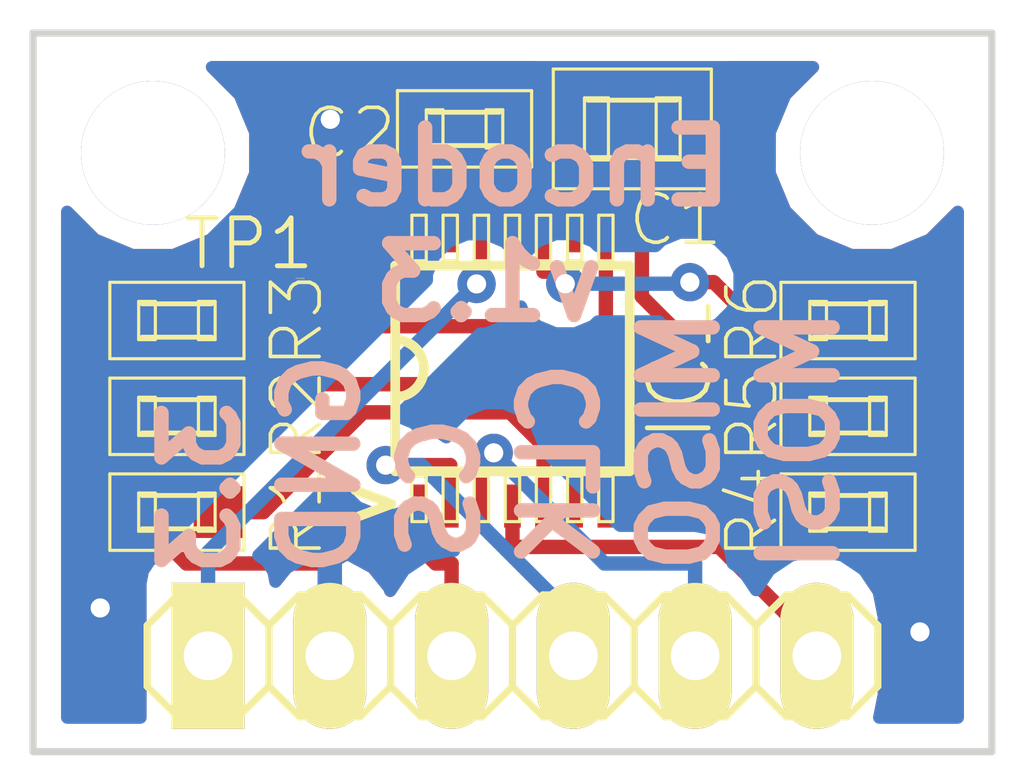
<source format=kicad_pcb>
(kicad_pcb (version 4) (host pcbnew 4.0.1-stable)

  (general
    (links 24)
    (no_connects 0)
    (area 129.920381 87.3205 161.044046 106.7338)
    (thickness 1.6)
    (drawings 12)
    (tracks 115)
    (zones 0)
    (modules 13)
    (nets 14)
  )

  (page A4)
  (title_block
    (title "Encoder Board ")
    (date 2017-03-04)
    (rev v1.3)
    (company Crescent)
  )

  (layers
    (0 F.Cu signal)
    (31 B.Cu signal)
    (32 B.Adhes user)
    (33 F.Adhes user)
    (34 B.Paste user)
    (35 F.Paste user)
    (36 B.SilkS user)
    (37 F.SilkS user)
    (38 B.Mask user)
    (39 F.Mask user)
    (40 Dwgs.User user hide)
    (41 Cmts.User user hide)
    (42 Eco1.User user hide)
    (43 Eco2.User user hide)
    (44 Edge.Cuts user)
    (45 Margin user)
    (46 B.CrtYd user)
    (47 F.CrtYd user)
    (48 B.Fab user)
    (49 F.Fab user)
  )

  (setup
    (last_trace_width 0.3)
    (trace_clearance 0.254)
    (zone_clearance 0.508)
    (zone_45_only no)
    (trace_min 0.2)
    (segment_width 0.2)
    (edge_width 0.15)
    (via_size 0.8)
    (via_drill 0.4)
    (via_min_size 0.8)
    (via_min_drill 0.4)
    (uvia_size 0.3)
    (uvia_drill 0.1)
    (uvias_allowed no)
    (uvia_min_size 0.2)
    (uvia_min_drill 0.1)
    (pcb_text_width 0.3)
    (pcb_text_size 1.5 1.5)
    (mod_edge_width 0.15)
    (mod_text_size 1 1)
    (mod_text_width 0.15)
    (pad_size 1.524 3.048)
    (pad_drill 1.016)
    (pad_to_mask_clearance 0.2)
    (aux_axis_origin 135 105)
    (visible_elements 7FFFFF7F)
    (pcbplotparams
      (layerselection 0x010fc_80000001)
      (usegerberextensions true)
      (excludeedgelayer true)
      (linewidth 0.100000)
      (plotframeref false)
      (viasonmask false)
      (mode 1)
      (useauxorigin false)
      (hpglpennumber 1)
      (hpglpenspeed 20)
      (hpglpendiameter 15)
      (hpglpenoverlay 2)
      (psnegative false)
      (psa4output false)
      (plotreference true)
      (plotvalue true)
      (plotinvisibletext false)
      (padsonsilk false)
      (subtractmaskfromsilk false)
      (outputformat 1)
      (mirror false)
      (drillshape 0)
      (scaleselection 1)
      (outputdirectory GERBER/))
  )

  (net 0 "")
  (net 1 +3V3)
  (net 2 GNDD)
  (net 3 ENC_CS)
  (net 4 ENC_CLK)
  (net 5 ENC_MISO)
  (net 6 ENC_MOSI)
  (net 7 "Net-(IC1-Pad5)")
  (net 8 "Net-(IC1-Pad6)")
  (net 9 "Net-(IC1-Pad7)")
  (net 10 "Net-(IC1-Pad8)")
  (net 11 "Net-(IC1-Pad9)")
  (net 12 "Net-(IC1-Pad10)")
  (net 13 "Net-(IC1-Pad14)")

  (net_class Default "これは標準のネット クラスです。"
    (clearance 0.254)
    (trace_width 0.3)
    (via_dia 0.8)
    (via_drill 0.4)
    (uvia_dia 0.3)
    (uvia_drill 0.1)
    (add_net +3V3)
    (add_net ENC_CLK)
    (add_net ENC_CS)
    (add_net ENC_MISO)
    (add_net ENC_MOSI)
    (add_net GNDD)
    (add_net "Net-(IC1-Pad10)")
    (add_net "Net-(IC1-Pad14)")
    (add_net "Net-(IC1-Pad5)")
    (add_net "Net-(IC1-Pad6)")
    (add_net "Net-(IC1-Pad7)")
    (add_net "Net-(IC1-Pad8)")
    (add_net "Net-(IC1-Pad9)")
  )

  (module generic:generic-SMD1608 (layer F.Cu) (tedit 58BAC99B) (tstamp 568D2468)
    (at 144 92 180)
    (descr "1608M 0603")
    (tags "1608M 0603")
    (path /568928A1)
    (attr smd)
    (fp_text reference C2 (at 2.4 -0.1 360) (layer F.SilkS)
      (effects (font (size 1.016 1.016) (thickness 0.0762)))
    )
    (fp_text value 0.1uF/CAPACITOR1608 (at 2.2479 1.14046 180) (layer F.SilkS) hide
      (effects (font (size 1.016 1.016) (thickness 0.0762)))
    )
    (fp_line (start -0.79756 0.39878) (end -0.44958 0.39878) (layer F.SilkS) (width 0.06604))
    (fp_line (start -0.44958 0.39878) (end -0.44958 -0.39878) (layer F.SilkS) (width 0.06604))
    (fp_line (start -0.79756 -0.39878) (end -0.44958 -0.39878) (layer F.SilkS) (width 0.06604))
    (fp_line (start -0.79756 0.39878) (end -0.79756 -0.39878) (layer F.SilkS) (width 0.06604))
    (fp_line (start 0.44958 0.39878) (end 0.79756 0.39878) (layer F.SilkS) (width 0.06604))
    (fp_line (start 0.79756 0.39878) (end 0.79756 -0.39878) (layer F.SilkS) (width 0.06604))
    (fp_line (start 0.44958 -0.39878) (end 0.79756 -0.39878) (layer F.SilkS) (width 0.06604))
    (fp_line (start 0.44958 0.39878) (end 0.44958 -0.39878) (layer F.SilkS) (width 0.06604))
    (fp_line (start -1.39954 0.79756) (end 1.39954 0.79756) (layer F.SilkS) (width 0.06604))
    (fp_line (start 1.39954 0.79756) (end 1.39954 -0.79756) (layer F.SilkS) (width 0.06604))
    (fp_line (start -1.39954 -0.79756) (end 1.39954 -0.79756) (layer F.SilkS) (width 0.06604))
    (fp_line (start -1.39954 0.79756) (end -1.39954 -0.79756) (layer F.SilkS) (width 0.06604))
    (fp_line (start -0.7239 -0.34798) (end 0.7239 -0.34798) (layer F.SilkS) (width 0.1016))
    (fp_line (start 0.7239 0.34798) (end -0.7239 0.34798) (layer F.SilkS) (width 0.1016))
    (pad 1 smd rect (at -0.87376 0 180) (size 1.04902 1.0795) (layers F.Cu F.Paste F.Mask)
      (net 1 +3V3))
    (pad 2 smd rect (at 0.87376 0 180) (size 1.04902 1.0795) (layers F.Cu F.Paste F.Mask)
      (net 2 GNDD))
  )

  (module as5048:ams5048a-TSSOP14 (layer F.Cu) (tedit 5693B201) (tstamp 568D247A)
    (at 145 97 90)
    (descr "14-LEAD THIN SHRINK SMALL OUTLINE PACKAGE [TSSOP]")
    (tags "14-LEAD THIN SHRINK SMALL OUTLINE PACKAGE [TSSOP]")
    (path /56891E9F)
    (attr smd)
    (fp_text reference IC1 (at 0 3.5 90) (layer F.SilkS)
      (effects (font (size 1.27 1.27) (thickness 0.1016)))
    )
    (fp_text value AS5048 (at 0.635 3.81 90) (layer F.SilkS) hide
      (effects (font (size 1.27 1.27) (thickness 0.1016)))
    )
    (fp_line (start -3.19786 -1.79832) (end -2.2479 -1.79832) (layer F.SilkS) (width 0.06604))
    (fp_line (start -2.2479 -1.79832) (end -2.2479 -2.09804) (layer F.SilkS) (width 0.06604))
    (fp_line (start -3.19786 -2.09804) (end -2.2479 -2.09804) (layer F.SilkS) (width 0.06604))
    (fp_line (start -3.19786 -1.79832) (end -3.19786 -2.09804) (layer F.SilkS) (width 0.06604))
    (fp_line (start -3.19786 -1.14808) (end -2.2479 -1.14808) (layer F.SilkS) (width 0.06604))
    (fp_line (start -2.2479 -1.14808) (end -2.2479 -1.4478) (layer F.SilkS) (width 0.06604))
    (fp_line (start -3.19786 -1.4478) (end -2.2479 -1.4478) (layer F.SilkS) (width 0.06604))
    (fp_line (start -3.19786 -1.14808) (end -3.19786 -1.4478) (layer F.SilkS) (width 0.06604))
    (fp_line (start -3.19786 -0.49784) (end -2.2479 -0.49784) (layer F.SilkS) (width 0.06604))
    (fp_line (start -2.2479 -0.49784) (end -2.2479 -0.79756) (layer F.SilkS) (width 0.06604))
    (fp_line (start -3.19786 -0.79756) (end -2.2479 -0.79756) (layer F.SilkS) (width 0.06604))
    (fp_line (start -3.19786 -0.49784) (end -3.19786 -0.79756) (layer F.SilkS) (width 0.06604))
    (fp_line (start -3.19786 0.14986) (end -2.2479 0.14986) (layer F.SilkS) (width 0.06604))
    (fp_line (start -2.2479 0.14986) (end -2.2479 -0.14986) (layer F.SilkS) (width 0.06604))
    (fp_line (start -3.19786 -0.14986) (end -2.2479 -0.14986) (layer F.SilkS) (width 0.06604))
    (fp_line (start -3.19786 0.14986) (end -3.19786 -0.14986) (layer F.SilkS) (width 0.06604))
    (fp_line (start -3.19786 0.79756) (end -2.2479 0.79756) (layer F.SilkS) (width 0.06604))
    (fp_line (start -2.2479 0.79756) (end -2.2479 0.49784) (layer F.SilkS) (width 0.06604))
    (fp_line (start -3.19786 0.49784) (end -2.2479 0.49784) (layer F.SilkS) (width 0.06604))
    (fp_line (start -3.19786 0.79756) (end -3.19786 0.49784) (layer F.SilkS) (width 0.06604))
    (fp_line (start -3.19786 1.4478) (end -2.2479 1.4478) (layer F.SilkS) (width 0.06604))
    (fp_line (start -2.2479 1.4478) (end -2.2479 1.14808) (layer F.SilkS) (width 0.06604))
    (fp_line (start -3.19786 1.14808) (end -2.2479 1.14808) (layer F.SilkS) (width 0.06604))
    (fp_line (start -3.19786 1.4478) (end -3.19786 1.14808) (layer F.SilkS) (width 0.06604))
    (fp_line (start -3.19786 2.09804) (end -2.2479 2.09804) (layer F.SilkS) (width 0.06604))
    (fp_line (start -2.2479 2.09804) (end -2.2479 1.79832) (layer F.SilkS) (width 0.06604))
    (fp_line (start -3.19786 1.79832) (end -2.2479 1.79832) (layer F.SilkS) (width 0.06604))
    (fp_line (start -3.19786 2.09804) (end -3.19786 1.79832) (layer F.SilkS) (width 0.06604))
    (fp_line (start 2.2479 2.09804) (end 3.19786 2.09804) (layer F.SilkS) (width 0.06604))
    (fp_line (start 3.19786 2.09804) (end 3.19786 1.79832) (layer F.SilkS) (width 0.06604))
    (fp_line (start 2.2479 1.79832) (end 3.19786 1.79832) (layer F.SilkS) (width 0.06604))
    (fp_line (start 2.2479 2.09804) (end 2.2479 1.79832) (layer F.SilkS) (width 0.06604))
    (fp_line (start 2.2479 1.4478) (end 3.19786 1.4478) (layer F.SilkS) (width 0.06604))
    (fp_line (start 3.19786 1.4478) (end 3.19786 1.14808) (layer F.SilkS) (width 0.06604))
    (fp_line (start 2.2479 1.14808) (end 3.19786 1.14808) (layer F.SilkS) (width 0.06604))
    (fp_line (start 2.2479 1.4478) (end 2.2479 1.14808) (layer F.SilkS) (width 0.06604))
    (fp_line (start 2.2479 0.79756) (end 3.19786 0.79756) (layer F.SilkS) (width 0.06604))
    (fp_line (start 3.19786 0.79756) (end 3.19786 0.49784) (layer F.SilkS) (width 0.06604))
    (fp_line (start 2.2479 0.49784) (end 3.19786 0.49784) (layer F.SilkS) (width 0.06604))
    (fp_line (start 2.2479 0.79756) (end 2.2479 0.49784) (layer F.SilkS) (width 0.06604))
    (fp_line (start 2.2479 0.14986) (end 3.19786 0.14986) (layer F.SilkS) (width 0.06604))
    (fp_line (start 3.19786 0.14986) (end 3.19786 -0.14986) (layer F.SilkS) (width 0.06604))
    (fp_line (start 2.2479 -0.14986) (end 3.19786 -0.14986) (layer F.SilkS) (width 0.06604))
    (fp_line (start 2.2479 0.14986) (end 2.2479 -0.14986) (layer F.SilkS) (width 0.06604))
    (fp_line (start 2.2479 -0.49784) (end 3.19786 -0.49784) (layer F.SilkS) (width 0.06604))
    (fp_line (start 3.19786 -0.49784) (end 3.19786 -0.79756) (layer F.SilkS) (width 0.06604))
    (fp_line (start 2.2479 -0.79756) (end 3.19786 -0.79756) (layer F.SilkS) (width 0.06604))
    (fp_line (start 2.2479 -0.49784) (end 2.2479 -0.79756) (layer F.SilkS) (width 0.06604))
    (fp_line (start 2.2479 -1.14808) (end 3.19786 -1.14808) (layer F.SilkS) (width 0.06604))
    (fp_line (start 3.19786 -1.14808) (end 3.19786 -1.4478) (layer F.SilkS) (width 0.06604))
    (fp_line (start 2.2479 -1.4478) (end 3.19786 -1.4478) (layer F.SilkS) (width 0.06604))
    (fp_line (start 2.2479 -1.14808) (end 2.2479 -1.4478) (layer F.SilkS) (width 0.06604))
    (fp_line (start 2.2479 -1.79832) (end 3.19786 -1.79832) (layer F.SilkS) (width 0.06604))
    (fp_line (start 3.19786 -1.79832) (end 3.19786 -2.09804) (layer F.SilkS) (width 0.06604))
    (fp_line (start 2.2479 -2.09804) (end 3.19786 -2.09804) (layer F.SilkS) (width 0.06604))
    (fp_line (start 2.2479 -1.79832) (end 2.2479 -2.09804) (layer F.SilkS) (width 0.06604))
    (fp_line (start -2.1463 2.44602) (end 2.1463 2.44602) (layer F.SilkS) (width 0.2032))
    (fp_line (start 2.1463 2.44602) (end 2.1463 -2.44602) (layer F.SilkS) (width 0.2032))
    (fp_line (start 2.1463 -2.44602) (end -2.1463 -2.44602) (layer F.SilkS) (width 0.2032))
    (fp_line (start -2.1463 -2.44602) (end -2.1463 2.44602) (layer F.SilkS) (width 0.2032))
    (fp_arc (start 0 -2.44602) (end 0.59944 -2.44602) (angle 180) (layer F.SilkS) (width 0.2032))
    (pad 1 smd rect (at -2.87274 -1.94818 90) (size 0.89916 0.34798) (layers F.Cu F.Paste F.Mask)
      (net 3 ENC_CS))
    (pad 2 smd rect (at -2.87274 -1.29794 90) (size 0.89916 0.34798) (layers F.Cu F.Paste F.Mask)
      (net 4 ENC_CLK))
    (pad 3 smd rect (at -2.87274 -0.6477 90) (size 0.89916 0.34798) (layers F.Cu F.Paste F.Mask)
      (net 5 ENC_MISO))
    (pad 4 smd rect (at -2.87274 0 90) (size 0.89916 0.34798) (layers F.Cu F.Paste F.Mask)
      (net 6 ENC_MOSI))
    (pad 5 smd rect (at -2.87274 0.6477 90) (size 0.89916 0.34798) (layers F.Cu F.Paste F.Mask)
      (net 7 "Net-(IC1-Pad5)"))
    (pad 6 smd rect (at -2.87274 1.29794 90) (size 0.89916 0.34798) (layers F.Cu F.Paste F.Mask)
      (net 8 "Net-(IC1-Pad6)"))
    (pad 7 smd rect (at -2.87274 1.94818 90) (size 0.89916 0.34798) (layers F.Cu F.Paste F.Mask)
      (net 9 "Net-(IC1-Pad7)"))
    (pad 8 smd rect (at 2.87274 1.94818 90) (size 0.89916 0.34798) (layers F.Cu F.Paste F.Mask)
      (net 10 "Net-(IC1-Pad8)"))
    (pad 9 smd rect (at 2.87274 1.29794 90) (size 0.89916 0.34798) (layers F.Cu F.Paste F.Mask)
      (net 11 "Net-(IC1-Pad9)"))
    (pad 10 smd rect (at 2.87274 0.6477 90) (size 0.89916 0.34798) (layers F.Cu F.Paste F.Mask)
      (net 12 "Net-(IC1-Pad10)"))
    (pad 11 smd rect (at 2.87274 0 90) (size 0.89916 0.34798) (layers F.Cu F.Paste F.Mask)
      (net 1 +3V3))
    (pad 12 smd rect (at 2.87274 -0.6477 90) (size 0.89916 0.34798) (layers F.Cu F.Paste F.Mask)
      (net 1 +3V3))
    (pad 13 smd rect (at 2.87274 -1.29794 90) (size 0.89916 0.34798) (layers F.Cu F.Paste F.Mask)
      (net 2 GNDD))
    (pad 14 smd rect (at 2.87274 -1.94818 90) (size 0.89916 0.34798) (layers F.Cu F.Paste F.Mask)
      (net 13 "Net-(IC1-Pad14)"))
  )

  (module pin-head:pinhead-1X06 placed (layer F.Cu) (tedit 58BACBD1) (tstamp 568D2484)
    (at 145 103)
    (descr "PIN HEADER")
    (tags "PIN HEADER")
    (path /56891ED4)
    (attr virtual)
    (fp_text reference JP1 (at -8.5 -0.5 90) (layer F.SilkS) hide
      (effects (font (size 1.27 1.27) (thickness 0.127)))
    )
    (fp_text value PINHD-1X6 (at -3.81 2.54) (layer F.SilkS) hide
      (effects (font (size 1.27 1.27) (thickness 0.1016)))
    )
    (fp_line (start 3.556 0.254) (end 4.064 0.254) (layer F.SilkS) (width 0.06604))
    (fp_line (start 4.064 0.254) (end 4.064 -0.254) (layer F.SilkS) (width 0.06604))
    (fp_line (start 3.556 -0.254) (end 4.064 -0.254) (layer F.SilkS) (width 0.06604))
    (fp_line (start 3.556 0.254) (end 3.556 -0.254) (layer F.SilkS) (width 0.06604))
    (fp_line (start 1.016 0.254) (end 1.524 0.254) (layer F.SilkS) (width 0.06604))
    (fp_line (start 1.524 0.254) (end 1.524 -0.254) (layer F.SilkS) (width 0.06604))
    (fp_line (start 1.016 -0.254) (end 1.524 -0.254) (layer F.SilkS) (width 0.06604))
    (fp_line (start 1.016 0.254) (end 1.016 -0.254) (layer F.SilkS) (width 0.06604))
    (fp_line (start -1.524 0.254) (end -1.016 0.254) (layer F.SilkS) (width 0.06604))
    (fp_line (start -1.016 0.254) (end -1.016 -0.254) (layer F.SilkS) (width 0.06604))
    (fp_line (start -1.524 -0.254) (end -1.016 -0.254) (layer F.SilkS) (width 0.06604))
    (fp_line (start -1.524 0.254) (end -1.524 -0.254) (layer F.SilkS) (width 0.06604))
    (fp_line (start -4.064 0.254) (end -3.556 0.254) (layer F.SilkS) (width 0.06604))
    (fp_line (start -3.556 0.254) (end -3.556 -0.254) (layer F.SilkS) (width 0.06604))
    (fp_line (start -4.064 -0.254) (end -3.556 -0.254) (layer F.SilkS) (width 0.06604))
    (fp_line (start -4.064 0.254) (end -4.064 -0.254) (layer F.SilkS) (width 0.06604))
    (fp_line (start -6.604 0.254) (end -6.096 0.254) (layer F.SilkS) (width 0.06604))
    (fp_line (start -6.096 0.254) (end -6.096 -0.254) (layer F.SilkS) (width 0.06604))
    (fp_line (start -6.604 -0.254) (end -6.096 -0.254) (layer F.SilkS) (width 0.06604))
    (fp_line (start -6.604 0.254) (end -6.604 -0.254) (layer F.SilkS) (width 0.06604))
    (fp_line (start 6.096 0.254) (end 6.604 0.254) (layer F.SilkS) (width 0.06604))
    (fp_line (start 6.604 0.254) (end 6.604 -0.254) (layer F.SilkS) (width 0.06604))
    (fp_line (start 6.096 -0.254) (end 6.604 -0.254) (layer F.SilkS) (width 0.06604))
    (fp_line (start 6.096 0.254) (end 6.096 -0.254) (layer F.SilkS) (width 0.06604))
    (fp_line (start 0.635 -1.27) (end 1.905 -1.27) (layer F.SilkS) (width 0.1524))
    (fp_line (start 1.905 -1.27) (end 2.54 -0.635) (layer F.SilkS) (width 0.1524))
    (fp_line (start 2.54 -0.635) (end 2.54 0.635) (layer F.SilkS) (width 0.1524))
    (fp_line (start 2.54 0.635) (end 1.905 1.27) (layer F.SilkS) (width 0.1524))
    (fp_line (start 2.54 -0.635) (end 3.175 -1.27) (layer F.SilkS) (width 0.1524))
    (fp_line (start 3.175 -1.27) (end 4.445 -1.27) (layer F.SilkS) (width 0.1524))
    (fp_line (start 4.445 -1.27) (end 5.08 -0.635) (layer F.SilkS) (width 0.1524))
    (fp_line (start 5.08 -0.635) (end 5.08 0.635) (layer F.SilkS) (width 0.1524))
    (fp_line (start 5.08 0.635) (end 4.445 1.27) (layer F.SilkS) (width 0.1524))
    (fp_line (start 4.445 1.27) (end 3.175 1.27) (layer F.SilkS) (width 0.1524))
    (fp_line (start 3.175 1.27) (end 2.54 0.635) (layer F.SilkS) (width 0.1524))
    (fp_line (start -2.54 -0.635) (end -1.905 -1.27) (layer F.SilkS) (width 0.1524))
    (fp_line (start -1.905 -1.27) (end -0.635 -1.27) (layer F.SilkS) (width 0.1524))
    (fp_line (start -0.635 -1.27) (end 0 -0.635) (layer F.SilkS) (width 0.1524))
    (fp_line (start 0 -0.635) (end 0 0.635) (layer F.SilkS) (width 0.1524))
    (fp_line (start 0 0.635) (end -0.635 1.27) (layer F.SilkS) (width 0.1524))
    (fp_line (start -0.635 1.27) (end -1.905 1.27) (layer F.SilkS) (width 0.1524))
    (fp_line (start -1.905 1.27) (end -2.54 0.635) (layer F.SilkS) (width 0.1524))
    (fp_line (start 0.635 -1.27) (end 0 -0.635) (layer F.SilkS) (width 0.1524))
    (fp_line (start 0 0.635) (end 0.635 1.27) (layer F.SilkS) (width 0.1524))
    (fp_line (start 1.905 1.27) (end 0.635 1.27) (layer F.SilkS) (width 0.1524))
    (fp_line (start -6.985 -1.27) (end -5.715 -1.27) (layer F.SilkS) (width 0.1524))
    (fp_line (start -5.715 -1.27) (end -5.08 -0.635) (layer F.SilkS) (width 0.1524))
    (fp_line (start -5.08 -0.635) (end -5.08 0.635) (layer F.SilkS) (width 0.1524))
    (fp_line (start -5.08 0.635) (end -5.715 1.27) (layer F.SilkS) (width 0.1524))
    (fp_line (start -5.08 -0.635) (end -4.445 -1.27) (layer F.SilkS) (width 0.1524))
    (fp_line (start -4.445 -1.27) (end -3.175 -1.27) (layer F.SilkS) (width 0.1524))
    (fp_line (start -3.175 -1.27) (end -2.54 -0.635) (layer F.SilkS) (width 0.1524))
    (fp_line (start -2.54 -0.635) (end -2.54 0.635) (layer F.SilkS) (width 0.1524))
    (fp_line (start -2.54 0.635) (end -3.175 1.27) (layer F.SilkS) (width 0.1524))
    (fp_line (start -3.175 1.27) (end -4.445 1.27) (layer F.SilkS) (width 0.1524))
    (fp_line (start -4.445 1.27) (end -5.08 0.635) (layer F.SilkS) (width 0.1524))
    (fp_line (start -7.62 -0.635) (end -7.62 0.635) (layer F.SilkS) (width 0.1524))
    (fp_line (start -6.985 -1.27) (end -7.62 -0.635) (layer F.SilkS) (width 0.1524))
    (fp_line (start -7.62 0.635) (end -6.985 1.27) (layer F.SilkS) (width 0.1524))
    (fp_line (start -5.715 1.27) (end -6.985 1.27) (layer F.SilkS) (width 0.1524))
    (fp_line (start 5.715 -1.27) (end 6.985 -1.27) (layer F.SilkS) (width 0.1524))
    (fp_line (start 6.985 -1.27) (end 7.62 -0.635) (layer F.SilkS) (width 0.1524))
    (fp_line (start 7.62 -0.635) (end 7.62 0.635) (layer F.SilkS) (width 0.1524))
    (fp_line (start 7.62 0.635) (end 6.985 1.27) (layer F.SilkS) (width 0.1524))
    (fp_line (start 5.715 -1.27) (end 5.08 -0.635) (layer F.SilkS) (width 0.1524))
    (fp_line (start 5.08 0.635) (end 5.715 1.27) (layer F.SilkS) (width 0.1524))
    (fp_line (start 6.985 1.27) (end 5.715 1.27) (layer F.SilkS) (width 0.1524))
    (pad 1 thru_hole rect (at -6.35 0 180) (size 1.524 3.048) (drill 1.016) (layers *.Cu *.Paste *.Mask F.SilkS)
      (net 1 +3V3))
    (pad 2 thru_hole oval (at -3.81 0 180) (size 1.524 3.048) (drill 1.016) (layers *.Cu *.Paste *.Mask F.SilkS)
      (net 2 GNDD))
    (pad 3 thru_hole oval (at -1.27 0 180) (size 1.524 3.048) (drill 1.016) (layers *.Cu *.Paste *.Mask F.SilkS)
      (net 3 ENC_CS))
    (pad 4 thru_hole oval (at 1.27 0 180) (size 1.524 3.048) (drill 1.016) (layers *.Cu *.Paste *.Mask F.SilkS)
      (net 4 ENC_CLK))
    (pad 5 thru_hole oval (at 3.81 0 180) (size 1.524 3.048) (drill 1.016) (layers *.Cu *.Paste *.Mask F.SilkS)
      (net 5 ENC_MISO))
    (pad 6 thru_hole oval (at 6.35 0 180) (size 1.524 3.048) (drill 1.016) (layers *.Cu *.Paste *.Mask F.SilkS)
      (net 6 ENC_MOSI))
  )

  (module generic:generic-SMD1608 (layer F.Cu) (tedit 5693B1EA) (tstamp 568D248A)
    (at 138 100 180)
    (descr "1608M 0603")
    (tags "1608M 0603")
    (path /568D489A)
    (attr smd)
    (fp_text reference R1 (at -2.5 0 450) (layer F.SilkS)
      (effects (font (size 1.016 1.016) (thickness 0.0762)))
    )
    (fp_text value RESISTOR1608 (at 2.2479 1.14046 180) (layer F.SilkS) hide
      (effects (font (size 1.016 1.016) (thickness 0.0762)))
    )
    (fp_line (start -0.79756 0.39878) (end -0.44958 0.39878) (layer F.SilkS) (width 0.06604))
    (fp_line (start -0.44958 0.39878) (end -0.44958 -0.39878) (layer F.SilkS) (width 0.06604))
    (fp_line (start -0.79756 -0.39878) (end -0.44958 -0.39878) (layer F.SilkS) (width 0.06604))
    (fp_line (start -0.79756 0.39878) (end -0.79756 -0.39878) (layer F.SilkS) (width 0.06604))
    (fp_line (start 0.44958 0.39878) (end 0.79756 0.39878) (layer F.SilkS) (width 0.06604))
    (fp_line (start 0.79756 0.39878) (end 0.79756 -0.39878) (layer F.SilkS) (width 0.06604))
    (fp_line (start 0.44958 -0.39878) (end 0.79756 -0.39878) (layer F.SilkS) (width 0.06604))
    (fp_line (start 0.44958 0.39878) (end 0.44958 -0.39878) (layer F.SilkS) (width 0.06604))
    (fp_line (start -1.39954 0.79756) (end 1.39954 0.79756) (layer F.SilkS) (width 0.06604))
    (fp_line (start 1.39954 0.79756) (end 1.39954 -0.79756) (layer F.SilkS) (width 0.06604))
    (fp_line (start -1.39954 -0.79756) (end 1.39954 -0.79756) (layer F.SilkS) (width 0.06604))
    (fp_line (start -1.39954 0.79756) (end -1.39954 -0.79756) (layer F.SilkS) (width 0.06604))
    (fp_line (start -0.7239 -0.34798) (end 0.7239 -0.34798) (layer F.SilkS) (width 0.1016))
    (fp_line (start 0.7239 0.34798) (end -0.7239 0.34798) (layer F.SilkS) (width 0.1016))
    (pad 1 smd rect (at -0.87376 0 180) (size 1.04902 1.0795) (layers F.Cu F.Paste F.Mask)
      (net 7 "Net-(IC1-Pad5)"))
    (pad 2 smd rect (at 0.87376 0 180) (size 1.04902 1.0795) (layers F.Cu F.Paste F.Mask)
      (net 2 GNDD))
  )

  (module generic:generic-SMD1608 (layer F.Cu) (tedit 5693B205) (tstamp 568D2490)
    (at 138 98 180)
    (descr "1608M 0603")
    (tags "1608M 0603")
    (path /5689282D)
    (attr smd)
    (fp_text reference R2 (at -2.5 0 270) (layer F.SilkS)
      (effects (font (size 1.016 1.016) (thickness 0.0762)))
    )
    (fp_text value RESISTOR1608 (at 2.2479 1.14046 180) (layer F.SilkS) hide
      (effects (font (size 1.016 1.016) (thickness 0.0762)))
    )
    (fp_line (start -0.79756 0.39878) (end -0.44958 0.39878) (layer F.SilkS) (width 0.06604))
    (fp_line (start -0.44958 0.39878) (end -0.44958 -0.39878) (layer F.SilkS) (width 0.06604))
    (fp_line (start -0.79756 -0.39878) (end -0.44958 -0.39878) (layer F.SilkS) (width 0.06604))
    (fp_line (start -0.79756 0.39878) (end -0.79756 -0.39878) (layer F.SilkS) (width 0.06604))
    (fp_line (start 0.44958 0.39878) (end 0.79756 0.39878) (layer F.SilkS) (width 0.06604))
    (fp_line (start 0.79756 0.39878) (end 0.79756 -0.39878) (layer F.SilkS) (width 0.06604))
    (fp_line (start 0.44958 -0.39878) (end 0.79756 -0.39878) (layer F.SilkS) (width 0.06604))
    (fp_line (start 0.44958 0.39878) (end 0.44958 -0.39878) (layer F.SilkS) (width 0.06604))
    (fp_line (start -1.39954 0.79756) (end 1.39954 0.79756) (layer F.SilkS) (width 0.06604))
    (fp_line (start 1.39954 0.79756) (end 1.39954 -0.79756) (layer F.SilkS) (width 0.06604))
    (fp_line (start -1.39954 -0.79756) (end 1.39954 -0.79756) (layer F.SilkS) (width 0.06604))
    (fp_line (start -1.39954 0.79756) (end -1.39954 -0.79756) (layer F.SilkS) (width 0.06604))
    (fp_line (start -0.7239 -0.34798) (end 0.7239 -0.34798) (layer F.SilkS) (width 0.1016))
    (fp_line (start 0.7239 0.34798) (end -0.7239 0.34798) (layer F.SilkS) (width 0.1016))
    (pad 1 smd rect (at -0.87376 0 180) (size 1.04902 1.0795) (layers F.Cu F.Paste F.Mask)
      (net 8 "Net-(IC1-Pad6)"))
    (pad 2 smd rect (at 0.87376 0 180) (size 1.04902 1.0795) (layers F.Cu F.Paste F.Mask)
      (net 2 GNDD))
  )

  (module generic:generic-SMD1608 (layer F.Cu) (tedit 5693B208) (tstamp 568D2496)
    (at 138 96 180)
    (descr "1608M 0603")
    (tags "1608M 0603")
    (path /568D4930)
    (attr smd)
    (fp_text reference R3 (at -2.5 0 270) (layer F.SilkS)
      (effects (font (size 1.016 1.016) (thickness 0.0762)))
    )
    (fp_text value RESISTOR1608 (at 2.2479 1.14046 180) (layer F.SilkS) hide
      (effects (font (size 1.016 1.016) (thickness 0.0762)))
    )
    (fp_line (start -0.79756 0.39878) (end -0.44958 0.39878) (layer F.SilkS) (width 0.06604))
    (fp_line (start -0.44958 0.39878) (end -0.44958 -0.39878) (layer F.SilkS) (width 0.06604))
    (fp_line (start -0.79756 -0.39878) (end -0.44958 -0.39878) (layer F.SilkS) (width 0.06604))
    (fp_line (start -0.79756 0.39878) (end -0.79756 -0.39878) (layer F.SilkS) (width 0.06604))
    (fp_line (start 0.44958 0.39878) (end 0.79756 0.39878) (layer F.SilkS) (width 0.06604))
    (fp_line (start 0.79756 0.39878) (end 0.79756 -0.39878) (layer F.SilkS) (width 0.06604))
    (fp_line (start 0.44958 -0.39878) (end 0.79756 -0.39878) (layer F.SilkS) (width 0.06604))
    (fp_line (start 0.44958 0.39878) (end 0.44958 -0.39878) (layer F.SilkS) (width 0.06604))
    (fp_line (start -1.39954 0.79756) (end 1.39954 0.79756) (layer F.SilkS) (width 0.06604))
    (fp_line (start 1.39954 0.79756) (end 1.39954 -0.79756) (layer F.SilkS) (width 0.06604))
    (fp_line (start -1.39954 -0.79756) (end 1.39954 -0.79756) (layer F.SilkS) (width 0.06604))
    (fp_line (start -1.39954 0.79756) (end -1.39954 -0.79756) (layer F.SilkS) (width 0.06604))
    (fp_line (start -0.7239 -0.34798) (end 0.7239 -0.34798) (layer F.SilkS) (width 0.1016))
    (fp_line (start 0.7239 0.34798) (end -0.7239 0.34798) (layer F.SilkS) (width 0.1016))
    (pad 1 smd rect (at -0.87376 0 180) (size 1.04902 1.0795) (layers F.Cu F.Paste F.Mask)
      (net 9 "Net-(IC1-Pad7)"))
    (pad 2 smd rect (at 0.87376 0 180) (size 1.04902 1.0795) (layers F.Cu F.Paste F.Mask)
      (net 2 GNDD))
  )

  (module generic:generic-SMD1608 (layer F.Cu) (tedit 5693A24C) (tstamp 568D249C)
    (at 152 100)
    (descr "1608M 0603")
    (tags "1608M 0603")
    (path /568D4A17)
    (attr smd)
    (fp_text reference R4 (at -2 0 90) (layer F.SilkS)
      (effects (font (size 1.016 1.016) (thickness 0.0762)))
    )
    (fp_text value RESISTOR1608 (at 2.2479 1.14046) (layer F.SilkS) hide
      (effects (font (size 1.016 1.016) (thickness 0.0762)))
    )
    (fp_line (start -0.79756 0.39878) (end -0.44958 0.39878) (layer F.SilkS) (width 0.06604))
    (fp_line (start -0.44958 0.39878) (end -0.44958 -0.39878) (layer F.SilkS) (width 0.06604))
    (fp_line (start -0.79756 -0.39878) (end -0.44958 -0.39878) (layer F.SilkS) (width 0.06604))
    (fp_line (start -0.79756 0.39878) (end -0.79756 -0.39878) (layer F.SilkS) (width 0.06604))
    (fp_line (start 0.44958 0.39878) (end 0.79756 0.39878) (layer F.SilkS) (width 0.06604))
    (fp_line (start 0.79756 0.39878) (end 0.79756 -0.39878) (layer F.SilkS) (width 0.06604))
    (fp_line (start 0.44958 -0.39878) (end 0.79756 -0.39878) (layer F.SilkS) (width 0.06604))
    (fp_line (start 0.44958 0.39878) (end 0.44958 -0.39878) (layer F.SilkS) (width 0.06604))
    (fp_line (start -1.39954 0.79756) (end 1.39954 0.79756) (layer F.SilkS) (width 0.06604))
    (fp_line (start 1.39954 0.79756) (end 1.39954 -0.79756) (layer F.SilkS) (width 0.06604))
    (fp_line (start -1.39954 -0.79756) (end 1.39954 -0.79756) (layer F.SilkS) (width 0.06604))
    (fp_line (start -1.39954 0.79756) (end -1.39954 -0.79756) (layer F.SilkS) (width 0.06604))
    (fp_line (start -0.7239 -0.34798) (end 0.7239 -0.34798) (layer F.SilkS) (width 0.1016))
    (fp_line (start 0.7239 0.34798) (end -0.7239 0.34798) (layer F.SilkS) (width 0.1016))
    (pad 1 smd rect (at -0.87376 0) (size 1.04902 1.0795) (layers F.Cu F.Paste F.Mask)
      (net 10 "Net-(IC1-Pad8)"))
    (pad 2 smd rect (at 0.87376 0) (size 1.04902 1.0795) (layers F.Cu F.Paste F.Mask)
      (net 2 GNDD))
  )

  (module generic:generic-SMD1608 (layer F.Cu) (tedit 5693A24F) (tstamp 568D24A2)
    (at 152 98)
    (descr "1608M 0603")
    (tags "1608M 0603")
    (path /568D4A0B)
    (attr smd)
    (fp_text reference R5 (at -2 0 90) (layer F.SilkS)
      (effects (font (size 1.016 1.016) (thickness 0.0762)))
    )
    (fp_text value RESISTOR1608 (at 2.2479 1.14046) (layer F.SilkS) hide
      (effects (font (size 1.016 1.016) (thickness 0.0762)))
    )
    (fp_line (start -0.79756 0.39878) (end -0.44958 0.39878) (layer F.SilkS) (width 0.06604))
    (fp_line (start -0.44958 0.39878) (end -0.44958 -0.39878) (layer F.SilkS) (width 0.06604))
    (fp_line (start -0.79756 -0.39878) (end -0.44958 -0.39878) (layer F.SilkS) (width 0.06604))
    (fp_line (start -0.79756 0.39878) (end -0.79756 -0.39878) (layer F.SilkS) (width 0.06604))
    (fp_line (start 0.44958 0.39878) (end 0.79756 0.39878) (layer F.SilkS) (width 0.06604))
    (fp_line (start 0.79756 0.39878) (end 0.79756 -0.39878) (layer F.SilkS) (width 0.06604))
    (fp_line (start 0.44958 -0.39878) (end 0.79756 -0.39878) (layer F.SilkS) (width 0.06604))
    (fp_line (start 0.44958 0.39878) (end 0.44958 -0.39878) (layer F.SilkS) (width 0.06604))
    (fp_line (start -1.39954 0.79756) (end 1.39954 0.79756) (layer F.SilkS) (width 0.06604))
    (fp_line (start 1.39954 0.79756) (end 1.39954 -0.79756) (layer F.SilkS) (width 0.06604))
    (fp_line (start -1.39954 -0.79756) (end 1.39954 -0.79756) (layer F.SilkS) (width 0.06604))
    (fp_line (start -1.39954 0.79756) (end -1.39954 -0.79756) (layer F.SilkS) (width 0.06604))
    (fp_line (start -0.7239 -0.34798) (end 0.7239 -0.34798) (layer F.SilkS) (width 0.1016))
    (fp_line (start 0.7239 0.34798) (end -0.7239 0.34798) (layer F.SilkS) (width 0.1016))
    (pad 1 smd rect (at -0.87376 0) (size 1.04902 1.0795) (layers F.Cu F.Paste F.Mask)
      (net 11 "Net-(IC1-Pad9)"))
    (pad 2 smd rect (at 0.87376 0) (size 1.04902 1.0795) (layers F.Cu F.Paste F.Mask)
      (net 2 GNDD))
  )

  (module generic:generic-SMD1608 (layer F.Cu) (tedit 5693A253) (tstamp 568D24A8)
    (at 152 96)
    (descr "1608M 0603")
    (tags "1608M 0603")
    (path /568D4A11)
    (attr smd)
    (fp_text reference R6 (at -2 0 90) (layer F.SilkS)
      (effects (font (size 1.016 1.016) (thickness 0.0762)))
    )
    (fp_text value RESISTOR1608 (at 2.2479 1.14046) (layer F.SilkS) hide
      (effects (font (size 1.016 1.016) (thickness 0.0762)))
    )
    (fp_line (start -0.79756 0.39878) (end -0.44958 0.39878) (layer F.SilkS) (width 0.06604))
    (fp_line (start -0.44958 0.39878) (end -0.44958 -0.39878) (layer F.SilkS) (width 0.06604))
    (fp_line (start -0.79756 -0.39878) (end -0.44958 -0.39878) (layer F.SilkS) (width 0.06604))
    (fp_line (start -0.79756 0.39878) (end -0.79756 -0.39878) (layer F.SilkS) (width 0.06604))
    (fp_line (start 0.44958 0.39878) (end 0.79756 0.39878) (layer F.SilkS) (width 0.06604))
    (fp_line (start 0.79756 0.39878) (end 0.79756 -0.39878) (layer F.SilkS) (width 0.06604))
    (fp_line (start 0.44958 -0.39878) (end 0.79756 -0.39878) (layer F.SilkS) (width 0.06604))
    (fp_line (start 0.44958 0.39878) (end 0.44958 -0.39878) (layer F.SilkS) (width 0.06604))
    (fp_line (start -1.39954 0.79756) (end 1.39954 0.79756) (layer F.SilkS) (width 0.06604))
    (fp_line (start 1.39954 0.79756) (end 1.39954 -0.79756) (layer F.SilkS) (width 0.06604))
    (fp_line (start -1.39954 -0.79756) (end 1.39954 -0.79756) (layer F.SilkS) (width 0.06604))
    (fp_line (start -1.39954 0.79756) (end -1.39954 -0.79756) (layer F.SilkS) (width 0.06604))
    (fp_line (start -0.7239 -0.34798) (end 0.7239 -0.34798) (layer F.SilkS) (width 0.1016))
    (fp_line (start 0.7239 0.34798) (end -0.7239 0.34798) (layer F.SilkS) (width 0.1016))
    (pad 1 smd rect (at -0.87376 0) (size 1.04902 1.0795) (layers F.Cu F.Paste F.Mask)
      (net 12 "Net-(IC1-Pad10)"))
    (pad 2 smd rect (at 0.87376 0) (size 1.04902 1.0795) (layers F.Cu F.Paste F.Mask)
      (net 2 GNDD))
  )

  (module testpad:testpad-TP10SQ (layer F.Cu) (tedit 58BAC995) (tstamp 568D24AD)
    (at 141 94.5)
    (descr "TEST PAD")
    (tags "TEST PAD")
    (path /568926AC)
    (attr smd)
    (fp_text reference TP1 (at -1.5 -0.1) (layer F.SilkS)
      (effects (font (size 1 1) (thickness 0.1016)))
    )
    (fp_text value TPTP20SQ (at -0.4318 0.6223) (layer F.SilkS)
      (effects (font (size 0.0254 0.0254) (thickness 0.000001)))
    )
    (fp_text user >TP_SIGNAL_NAME (at 7.49808 1.40462) (layer F.SilkS) hide
      (effects (font (size 0.99822 0.99822) (thickness 0.0762)))
    )
    (pad TP smd rect (at 0.5 0) (size 0.99822 0.99822) (layers F.Cu F.Paste F.Mask)
      (net 13 "Net-(IC1-Pad14)"))
  )

  (module Mounting_Holes:MountingHole_3mm (layer F.Cu) (tedit 5693BC7E) (tstamp 5693B9F8)
    (at 137.5 92.5)
    (descr "Mounting hole, Befestigungsbohrung, 3mm, No Annular, Kein Restring,")
    (tags "Mounting hole, Befestigungsbohrung, 3mm, No Annular, Kein Restring,")
    (fp_text reference REF** (at 0 -4.0005) (layer F.SilkS) hide
      (effects (font (size 1 1) (thickness 0.15)))
    )
    (fp_text value MountingHole_3mm (at 1.00076 5.00126) (layer F.Fab) hide
      (effects (font (size 1 1) (thickness 0.15)))
    )
    (fp_circle (center 0 0) (end 3 0) (layer Cmts.User) (width 0.381))
    (pad 1 thru_hole circle (at 0 0) (size 3 3) (drill 3) (layers))
  )

  (module Mounting_Holes:MountingHole_3mm (layer F.Cu) (tedit 5693BC89) (tstamp 5693BA24)
    (at 152.5 92.5)
    (descr "Mounting hole, Befestigungsbohrung, 3mm, No Annular, Kein Restring,")
    (tags "Mounting hole, Befestigungsbohrung, 3mm, No Annular, Kein Restring,")
    (fp_text reference REF** (at 0 -4.0005) (layer F.SilkS) hide
      (effects (font (size 1 1) (thickness 0.15)))
    )
    (fp_text value MountingHole_3mm (at 1.00076 5.00126) (layer F.Fab) hide
      (effects (font (size 1 1) (thickness 0.15)))
    )
    (fp_circle (center 0 0) (end 3 0) (layer Cmts.User) (width 0.381))
    (pad 1 thru_hole circle (at 0 0) (size 3 3) (drill 3) (layers))
  )

  (module generic:generic-SMD2012 (layer F.Cu) (tedit 58BAC979) (tstamp 58BACBEC)
    (at 147.5 92)
    (descr "2012M 0805")
    (tags "2012M 0805")
    (path /568947C7)
    (attr smd)
    (fp_text reference C1 (at 0.9 1.9) (layer F.SilkS)
      (effects (font (size 1.016 1.016) (thickness 0.0762)))
    )
    (fp_text value 10uF/CAPACITOR1608 (at 2.04724 1.39192) (layer B.SilkS) hide
      (effects (font (size 1.016 1.016) (thickness 0.0762)) (justify mirror))
    )
    (fp_line (start -0.99822 0.6477) (end -0.49784 0.6477) (layer F.SilkS) (width 0.06604))
    (fp_line (start -0.49784 0.6477) (end -0.49784 -0.6477) (layer F.SilkS) (width 0.06604))
    (fp_line (start -0.99822 -0.6477) (end -0.49784 -0.6477) (layer F.SilkS) (width 0.06604))
    (fp_line (start -0.99822 0.6477) (end -0.99822 -0.6477) (layer F.SilkS) (width 0.06604))
    (fp_line (start 0.49784 0.6477) (end 0.99822 0.6477) (layer F.SilkS) (width 0.06604))
    (fp_line (start 0.99822 0.6477) (end 0.99822 -0.6477) (layer F.SilkS) (width 0.06604))
    (fp_line (start 0.49784 -0.6477) (end 0.99822 -0.6477) (layer F.SilkS) (width 0.06604))
    (fp_line (start 0.49784 0.6477) (end 0.49784 -0.6477) (layer F.SilkS) (width 0.06604))
    (fp_line (start -1.64846 1.24968) (end 1.64846 1.24968) (layer F.SilkS) (width 0.06604))
    (fp_line (start 1.64846 1.24968) (end 1.64846 -1.24968) (layer F.SilkS) (width 0.06604))
    (fp_line (start -1.64846 -1.24968) (end 1.64846 -1.24968) (layer F.SilkS) (width 0.06604))
    (fp_line (start -1.64846 1.24968) (end -1.64846 -1.24968) (layer F.SilkS) (width 0.06604))
    (fp_line (start -0.92456 -0.59944) (end 0.92456 -0.59944) (layer F.SilkS) (width 0.1016))
    (fp_line (start 0.92456 0.59944) (end -0.92456 0.59944) (layer F.SilkS) (width 0.1016))
    (pad 1 smd rect (at -0.99822 0) (size 1.29794 1.59766) (layers F.Cu F.Paste F.Mask)
      (net 1 +3V3))
    (pad 2 smd rect (at 0.99822 0) (size 1.29794 1.59766) (layers F.Cu F.Paste F.Mask)
      (net 2 GNDD))
  )

  (gr_text > (at 142.1 99.9 180) (layer F.SilkS)
    (effects (font (size 1 1) (thickness 0.2)) (justify mirror))
  )
  (gr_text MOSI (at 151 98.5 90) (layer B.SilkS)
    (effects (font (size 1.5 1.5) (thickness 0.3)) (justify mirror))
  )
  (gr_text MISO (at 148.5 98.5 90) (layer B.SilkS)
    (effects (font (size 1.5 1.5) (thickness 0.3)) (justify mirror))
  )
  (gr_text CLK (at 146 99 90) (layer B.SilkS)
    (effects (font (size 1.5 1.5) (thickness 0.3)) (justify mirror))
  )
  (gr_text CS (at 143.5 99.5 90) (layer B.SilkS)
    (effects (font (size 1.5 1.5) (thickness 0.3)) (justify mirror))
  )
  (gr_text GND (at 141 99 90) (layer B.SilkS)
    (effects (font (size 1.5 1.5) (thickness 0.3)) (justify mirror))
  )
  (gr_text 3.3 (at 138.5 99.5 90) (layer B.SilkS)
    (effects (font (size 1.5 1.5) (thickness 0.3)) (justify mirror))
  )
  (gr_text "Encoder \nv1.3" (at 144.5 94) (layer B.SilkS)
    (effects (font (size 1.5 1.5) (thickness 0.3)) (justify mirror))
  )
  (gr_line (start 155 90) (end 135 90) (angle 90) (layer Edge.Cuts) (width 0.15))
  (gr_line (start 155 105) (end 155 90) (angle 90) (layer Edge.Cuts) (width 0.15))
  (gr_line (start 135 105) (end 155 105) (angle 90) (layer Edge.Cuts) (width 0.15))
  (gr_line (start 135 90) (end 135 105) (angle 90) (layer Edge.Cuts) (width 0.15))

  (via (at 144.2508 95.2365) (size 0.8) (layers F.Cu B.Cu) (net 1))
  (segment (start 138.65 103) (end 138.65 102.159) (width 0.5) (layer F.Cu) (net 1))
  (segment (start 144.874 92) (end 144.8738 92) (width 0.3) (layer F.Cu) (net 1))
  (segment (start 144.8738 92) (end 144.8738 92.9441) (width 0.3) (layer F.Cu) (net 1))
  (segment (start 144.874 92) (end 144.969 92) (width 0.5) (layer F.Cu) (net 1))
  (segment (start 144.969 92) (end 146.6262 92) (width 0.3) (layer F.Cu) (net 1) (status 20))
  (segment (start 144.3523 94.1273) (end 144.3523 93.2734) (width 0.3) (layer F.Cu) (net 1))
  (segment (start 144.8738 93.2734) (end 144.8738 92.9441) (width 0.3) (layer F.Cu) (net 1))
  (segment (start 145 93.2734) (end 144.8738 93.2734) (width 0.3) (layer F.Cu) (net 1))
  (segment (start 144.8738 93.2734) (end 144.3523 93.2734) (width 0.3) (layer F.Cu) (net 1))
  (segment (start 145 94.1273) (end 145 93.2734) (width 0.3) (layer F.Cu) (net 1))
  (segment (start 144.3523 94.1273) (end 144.3523 94.9812) (width 0.3) (layer F.Cu) (net 1))
  (segment (start 144.2508 95.0827) (end 144.2508 95.2365) (width 0.3) (layer F.Cu) (net 1))
  (segment (start 144.3523 94.9812) (end 144.2508 95.0827) (width 0.3) (layer F.Cu) (net 1))
  (segment (start 138.65 100.8373) (end 138.65 103) (width 0.3) (layer B.Cu) (net 1))
  (segment (start 144.2508 95.2365) (end 138.65 100.8373) (width 0.3) (layer B.Cu) (net 1))
  (segment (start 137.12624 100) (end 137.12624 101.27376) (width 0.3) (layer F.Cu) (net 2))
  (via (at 136.4 102) (size 0.8) (drill 0.4) (layers F.Cu B.Cu) (net 2))
  (segment (start 137.12624 101.27376) (end 136.4 102) (width 0.3) (layer F.Cu) (net 2) (tstamp 58BACD94))
  (segment (start 143.12624 92) (end 141.4 92) (width 0.3) (layer F.Cu) (net 2))
  (via (at 141.2 91.8) (size 0.8) (drill 0.4) (layers F.Cu B.Cu) (net 2))
  (segment (start 141.4 92) (end 141.2 91.8) (width 0.3) (layer F.Cu) (net 2) (tstamp 58BACD8F))
  (segment (start 152.87376 100) (end 152.87376 101.87376) (width 0.3) (layer F.Cu) (net 2))
  (via (at 153.5 102.5) (size 0.8) (drill 0.4) (layers F.Cu B.Cu) (net 2))
  (segment (start 152.87376 101.87376) (end 153.5 102.5) (width 0.3) (layer F.Cu) (net 2) (tstamp 58BACD8A))
  (segment (start 140.5 93.5) (end 141.5 92.5) (width 0.3) (layer F.Cu) (net 2))
  (segment (start 137.12624 95.37376) (end 137.6 94.9) (width 0.3) (layer F.Cu) (net 2) (tstamp 58BACD20))
  (segment (start 137.6 94.9) (end 139.1 94.9) (width 0.3) (layer F.Cu) (net 2) (tstamp 58BACD21))
  (segment (start 139.1 94.9) (end 140.5 93.5) (width 0.3) (layer F.Cu) (net 2) (tstamp 58BACD22))
  (segment (start 137.12624 96) (end 137.12624 95.37376) (width 0.3) (layer F.Cu) (net 2))
  (segment (start 142.1 91.9) (end 143.02624 91.9) (width 0.3) (layer F.Cu) (net 2) (tstamp 58BACD29))
  (segment (start 141.5 92.5) (end 142.1 91.9) (width 0.3) (layer F.Cu) (net 2) (tstamp 58BACD28))
  (segment (start 143.02624 91.9) (end 143.12624 92) (width 0.3) (layer F.Cu) (net 2) (tstamp 58BACD2A))
  (segment (start 152.87376 96) (end 152.87376 95.07376) (width 0.3) (layer F.Cu) (net 2))
  (segment (start 148.49822 93.39822) (end 148.49822 92) (width 0.3) (layer F.Cu) (net 2) (tstamp 58BACCB4))
  (segment (start 149.9 94.8) (end 148.49822 93.39822) (width 0.3) (layer F.Cu) (net 2) (tstamp 58BACCB2))
  (segment (start 152.6 94.8) (end 149.9 94.8) (width 0.3) (layer F.Cu) (net 2) (tstamp 58BACCB1))
  (segment (start 152.87376 95.07376) (end 152.6 94.8) (width 0.3) (layer F.Cu) (net 2) (tstamp 58BACCB0))
  (segment (start 148.4 90.7558) (end 148.4 91.90178) (width 0.3) (layer F.Cu) (net 2))
  (segment (start 148.4 91.90178) (end 148.49822 92) (width 0.3) (layer F.Cu) (net 2) (tstamp 58BACC3A))
  (segment (start 148.37376 92) (end 148.37376 92.5) (width 0.3) (layer F.Cu) (net 2) (status 30))
  (segment (start 143.4555 93.2734) (end 143.1262 93.25) (width 0.3) (layer F.Cu) (net 2))
  (segment (start 143.7021 93.2734) (end 143.4555 93.2734) (width 0.3) (layer F.Cu) (net 2))
  (segment (start 143.7021 94.1273) (end 143.7021 93.2734) (width 0.3) (layer F.Cu) (net 2))
  (segment (start 143.1262 92) (end 143.1262 92.472) (width 0.3) (layer F.Cu) (net 2))
  (segment (start 143.1262 92.472) (end 143.1262 93.25) (width 0.3) (layer F.Cu) (net 2))
  (segment (start 144.4709 90.7558) (end 148.4 90.7558) (width 0.3) (layer F.Cu) (net 2))
  (segment (start 148.4 90.7558) (end 148.447329 90.7558) (width 0.3) (layer F.Cu) (net 2) (tstamp 58BACC38))
  (segment (start 143.1262 92.1005) (end 144.4709 90.7558) (width 0.3) (layer F.Cu) (net 2))
  (segment (start 143.1262 92.472) (end 143.1262 92.1005) (width 0.3) (layer F.Cu) (net 2))
  (segment (start 141.19 103) (end 141.19 101.0717) (width 0.3) (layer F.Cu) (net 2))
  (segment (start 138.1979 101.0717) (end 137.1262 100) (width 0.3) (layer F.Cu) (net 2))
  (segment (start 141.19 101.0717) (end 138.1979 101.0717) (width 0.3) (layer F.Cu) (net 2))
  (segment (start 137.1262 96) (end 137.1262 98) (width 0.3) (layer F.Cu) (net 2))
  (segment (start 137.1262 98) (end 137.1262 100) (width 0.3) (layer F.Cu) (net 2))
  (segment (start 152.8738 96) (end 152.8738 98) (width 0.3) (layer F.Cu) (net 2))
  (segment (start 152.8738 98) (end 152.8738 100) (width 0.3) (layer F.Cu) (net 2))
  (segment (start 143.3969 101.0717) (end 143.0518 100.7266) (width 0.3) (layer F.Cu) (net 3))
  (segment (start 143.73 101.0717) (end 143.3969 101.0717) (width 0.3) (layer F.Cu) (net 3))
  (segment (start 143.73 103) (end 143.73 101.0717) (width 0.3) (layer F.Cu) (net 3))
  (segment (start 143.0518 99.8727) (end 143.0518 100.7266) (width 0.3) (layer F.Cu) (net 3))
  (via (at 142.355 99.0188) (size 0.8) (layers F.Cu B.Cu) (net 4))
  (segment (start 146.27 103) (end 146.27 102.188) (width 0.5) (layer B.Cu) (net 4))
  (segment (start 143.7021 99.8727) (end 143.7021 99.0188) (width 0.3) (layer F.Cu) (net 4))
  (segment (start 143.1008 99.0188) (end 142.355 99.0188) (width 0.3) (layer B.Cu) (net 4))
  (segment (start 146.27 102.188) (end 143.1008 99.0188) (width 0.3) (layer B.Cu) (net 4))
  (segment (start 143.7021 99.0188) (end 142.355 99.0188) (width 0.3) (layer F.Cu) (net 4))
  (via (at 144.6082 98.762) (size 0.8) (layers F.Cu B.Cu) (net 5))
  (segment (start 148.81 103) (end 148.81 101.0717) (width 0.3) (layer B.Cu) (net 5))
  (segment (start 144.3523 99.0179) (end 144.6082 98.762) (width 0.3) (layer F.Cu) (net 5))
  (segment (start 144.3523 99.8727) (end 144.3523 99.0179) (width 0.3) (layer F.Cu) (net 5))
  (segment (start 146.9179 101.0717) (end 144.6082 98.762) (width 0.3) (layer B.Cu) (net 5))
  (segment (start 148.81 101.0717) (end 146.9179 101.0717) (width 0.3) (layer B.Cu) (net 5))
  (segment (start 151.35 103) (end 151.35 102.766) (width 0.5) (layer F.Cu) (net 6))
  (segment (start 149.3106 100.7266) (end 151.35 102.766) (width 0.3) (layer F.Cu) (net 6))
  (segment (start 145 100.7266) (end 149.3106 100.7266) (width 0.3) (layer F.Cu) (net 6))
  (segment (start 145 99.8727) (end 145 100.7266) (width 0.3) (layer F.Cu) (net 6))
  (segment (start 138.8738 100) (end 139.8026 100) (width 0.3) (layer F.Cu) (net 7))
  (segment (start 141.8858 97.9168) (end 139.8026 100) (width 0.3) (layer F.Cu) (net 7))
  (segment (start 144.9493 97.9168) (end 141.8858 97.9168) (width 0.3) (layer F.Cu) (net 7))
  (segment (start 145.6477 98.6152) (end 144.9493 97.9168) (width 0.3) (layer F.Cu) (net 7))
  (segment (start 145.6477 99.8727) (end 145.6477 98.6152) (width 0.3) (layer F.Cu) (net 7))
  (segment (start 138.8738 98) (end 139.8026 98) (width 0.3) (layer F.Cu) (net 8))
  (segment (start 140.473 97.3296) (end 139.8026 98) (width 0.3) (layer F.Cu) (net 8))
  (segment (start 145.1571 97.3296) (end 140.473 97.3296) (width 0.3) (layer F.Cu) (net 8))
  (segment (start 146.2979 98.4704) (end 145.1571 97.3296) (width 0.3) (layer F.Cu) (net 8))
  (segment (start 146.2979 99.8727) (end 146.2979 98.4704) (width 0.3) (layer F.Cu) (net 8))
  (segment (start 138.8738 96) (end 139.8026 96) (width 0.3) (layer F.Cu) (net 9))
  (segment (start 139.9217 96.1191) (end 139.8026 96) (width 0.3) (layer F.Cu) (net 9))
  (segment (start 144.7822 96.1191) (end 139.9217 96.1191) (width 0.3) (layer F.Cu) (net 9))
  (segment (start 146.9482 98.2851) (end 144.7822 96.1191) (width 0.3) (layer F.Cu) (net 9))
  (segment (start 146.9482 99.8727) (end 146.9482 98.2851) (width 0.3) (layer F.Cu) (net 9))
  (segment (start 146.9482 96.7508) (end 150.1974 100) (width 0.3) (layer F.Cu) (net 10))
  (segment (start 146.9482 94.1273) (end 146.9482 96.7508) (width 0.3) (layer F.Cu) (net 10))
  (segment (start 151.1262 100) (end 150.1974 100) (width 0.3) (layer F.Cu) (net 10))
  (segment (start 147.2929 93.2734) (end 147.6734 93.2734) (width 0.3) (layer F.Cu) (net 11))
  (segment (start 151.1262 98) (end 150.1974 98) (width 0.3) (layer F.Cu) (net 11))
  (segment (start 146.2979 93.2734) (end 146.2979 94.1273) (width 0.3) (layer F.Cu) (net 11))
  (segment (start 146.2979 93.2734) (end 147.2929 93.2734) (width 0.3) (layer F.Cu) (net 11))
  (segment (start 147.7 95.5026) (end 150.1974 98) (width 0.3) (layer F.Cu) (net 11) (tstamp 58BACC41))
  (segment (start 147.7 93.3) (end 147.7 95.5026) (width 0.3) (layer F.Cu) (net 11) (tstamp 58BACC40))
  (segment (start 147.6734 93.2734) (end 147.7 93.3) (width 0.3) (layer F.Cu) (net 11) (tstamp 58BACC3F))
  (segment (start 148.7 95.2) (end 149.2 95.2) (width 0.3) (layer F.Cu) (net 12))
  (segment (start 148.6677 95.2323) (end 148.7 95.2) (width 0.3) (layer B.Cu) (net 12) (tstamp 58BACC51))
  (via (at 146.1015 95.2323) (size 0.8) (layers F.Cu B.Cu) (net 12))
  (via (at 148.7 95.2) (size 0.8) (layers F.Cu B.Cu) (net 12))
  (segment (start 145.6477 94.1273) (end 145.6477 94.9812) (width 0.3) (layer F.Cu) (net 12))
  (segment (start 145.8504 94.9812) (end 146.1015 95.2323) (width 0.3) (layer F.Cu) (net 12))
  (segment (start 145.6477 94.9812) (end 145.8504 94.9812) (width 0.3) (layer F.Cu) (net 12))
  (segment (start 146.1015 95.2323) (end 148.6677 95.2323) (width 0.3) (layer B.Cu) (net 12))
  (segment (start 150 96) (end 151.12624 96) (width 0.3) (layer F.Cu) (net 12) (tstamp 58BACC55))
  (segment (start 149.2 95.2) (end 150 96) (width 0.3) (layer F.Cu) (net 12) (tstamp 58BACC54))
  (segment (start 151.1262 96) (end 151.12624 96) (width 0.3) (layer F.Cu) (net 12))
  (segment (start 141.5 94.5) (end 142.67908 94.5) (width 0.3) (layer F.Cu) (net 13))
  (segment (start 142.67908 94.5) (end 143.05182 94.12726) (width 0.3) (layer F.Cu) (net 13) (tstamp 5693BC13))

  (zone (net 2) (net_name GNDD) (layer F.Cu) (tstamp 5693BCE6) (hatch edge 0.508)
    (connect_pads (clearance 0.508))
    (min_thickness 0.254)
    (fill yes (arc_segments 16) (thermal_gap 0.508) (thermal_bridge_width 0.508))
    (polygon
      (pts
        (xy 135 90) (xy 135 105) (xy 155 105.25) (xy 155 90)
      )
    )
    (filled_polygon
      (pts
        (xy 150.691091 91.289041) (xy 150.365372 92.073459) (xy 150.36463 92.922815) (xy 150.68898 93.7078) (xy 151.289041 94.308909)
        (xy 152.073459 94.634628) (xy 152.922815 94.63537) (xy 153.7078 94.31102) (xy 154.29 93.729835) (xy 154.29 104.29)
        (xy 152.650388 104.29) (xy 152.747 103.804297) (xy 152.747 102.195703) (xy 152.64066 101.661094) (xy 152.337828 101.207875)
        (xy 152.288253 101.17475) (xy 152.58801 101.17475) (xy 152.74676 101.016) (xy 152.74676 100.127) (xy 153.00076 100.127)
        (xy 153.00076 101.016) (xy 153.15951 101.17475) (xy 153.524579 101.17475) (xy 153.757968 101.078077) (xy 153.936597 100.899449)
        (xy 154.03327 100.66606) (xy 154.03327 100.28575) (xy 153.87452 100.127) (xy 153.00076 100.127) (xy 152.74676 100.127)
        (xy 152.72676 100.127) (xy 152.72676 99.873) (xy 152.74676 99.873) (xy 152.74676 98.127) (xy 153.00076 98.127)
        (xy 153.00076 99.873) (xy 153.87452 99.873) (xy 154.03327 99.71425) (xy 154.03327 99.33394) (xy 153.936597 99.100551)
        (xy 153.836045 99) (xy 153.936597 98.899449) (xy 154.03327 98.66606) (xy 154.03327 98.28575) (xy 153.87452 98.127)
        (xy 153.00076 98.127) (xy 152.74676 98.127) (xy 152.72676 98.127) (xy 152.72676 97.873) (xy 152.74676 97.873)
        (xy 152.74676 96.127) (xy 153.00076 96.127) (xy 153.00076 97.873) (xy 153.87452 97.873) (xy 154.03327 97.71425)
        (xy 154.03327 97.33394) (xy 153.936597 97.100551) (xy 153.836045 97) (xy 153.936597 96.899449) (xy 154.03327 96.66606)
        (xy 154.03327 96.28575) (xy 153.87452 96.127) (xy 153.00076 96.127) (xy 152.74676 96.127) (xy 152.72676 96.127)
        (xy 152.72676 95.873) (xy 152.74676 95.873) (xy 152.74676 94.984) (xy 153.00076 94.984) (xy 153.00076 95.873)
        (xy 153.87452 95.873) (xy 154.03327 95.71425) (xy 154.03327 95.33394) (xy 153.936597 95.100551) (xy 153.757968 94.921923)
        (xy 153.524579 94.82525) (xy 153.15951 94.82525) (xy 153.00076 94.984) (xy 152.74676 94.984) (xy 152.58801 94.82525)
        (xy 152.222941 94.82525) (xy 151.989552 94.921923) (xy 151.988791 94.922684) (xy 151.90264 94.863819) (xy 151.65075 94.81281)
        (xy 150.60173 94.81281) (xy 150.366413 94.857088) (xy 150.150289 94.99616) (xy 150.13244 95.022282) (xy 149.755079 94.644921)
        (xy 149.500407 94.474755) (xy 149.423106 94.459379) (xy 149.287046 94.323081) (xy 148.906777 94.16518) (xy 148.495029 94.164821)
        (xy 148.485 94.168965) (xy 148.485 93.3) (xy 148.465393 93.20143) (xy 148.425245 92.999593) (xy 148.37122 92.918739)
        (xy 148.37122 92.127) (xy 148.62522 92.127) (xy 148.62522 93.27508) (xy 148.78397 93.43383) (xy 149.273499 93.43383)
        (xy 149.506888 93.337157) (xy 149.685517 93.158529) (xy 149.78219 92.92514) (xy 149.78219 92.28575) (xy 149.62344 92.127)
        (xy 148.62522 92.127) (xy 148.37122 92.127) (xy 148.35122 92.127) (xy 148.35122 91.873) (xy 148.37122 91.873)
        (xy 148.37122 91.853) (xy 148.62522 91.853) (xy 148.62522 91.873) (xy 149.62344 91.873) (xy 149.78219 91.71425)
        (xy 149.78219 91.07486) (xy 149.685517 90.841471) (xy 149.554045 90.71) (xy 151.271143 90.71)
      )
    )
    (filled_polygon
      (pts
        (xy 145.401369 90.73708) (xy 145.349625 90.81281) (xy 144.34925 90.81281) (xy 144.113933 90.857088) (xy 144.011516 90.922991)
        (xy 144.010448 90.921923) (xy 143.777059 90.82525) (xy 143.41199 90.82525) (xy 143.25324 90.984) (xy 143.25324 91.873)
        (xy 143.27324 91.873) (xy 143.27324 92.127) (xy 143.25324 92.127) (xy 143.25324 92.147) (xy 142.99924 92.147)
        (xy 142.99924 92.127) (xy 142.12548 92.127) (xy 141.96673 92.28575) (xy 141.96673 92.66606) (xy 142.063403 92.899449)
        (xy 142.242032 93.078077) (xy 142.475421 93.17475) (xy 142.486748 93.17475) (xy 142.426389 93.21359) (xy 142.28166 93.425408)
        (xy 142.251 93.404459) (xy 141.99911 93.35345) (xy 141.00089 93.35345) (xy 140.765573 93.397728) (xy 140.549449 93.5368)
        (xy 140.404459 93.749) (xy 140.35345 94.00089) (xy 140.35345 94.99911) (xy 140.397728 95.234427) (xy 140.461866 95.3341)
        (xy 140.191823 95.3341) (xy 140.103007 95.274755) (xy 140.007222 95.255702) (xy 140.001432 95.224933) (xy 139.86236 95.008809)
        (xy 139.65016 94.863819) (xy 139.39827 94.81281) (xy 138.34925 94.81281) (xy 138.113933 94.857088) (xy 138.011516 94.922991)
        (xy 138.010448 94.921923) (xy 137.777059 94.82525) (xy 137.41199 94.82525) (xy 137.25324 94.984) (xy 137.25324 95.873)
        (xy 137.27324 95.873) (xy 137.27324 96.127) (xy 137.25324 96.127) (xy 137.25324 97.873) (xy 137.27324 97.873)
        (xy 137.27324 98.127) (xy 137.25324 98.127) (xy 137.25324 99.873) (xy 137.27324 99.873) (xy 137.27324 100.127)
        (xy 137.25324 100.127) (xy 137.25324 101.016) (xy 137.360486 101.123246) (xy 137.291569 101.22411) (xy 137.24056 101.476)
        (xy 137.24056 104.29) (xy 135.71 104.29) (xy 135.71 100.28575) (xy 135.96673 100.28575) (xy 135.96673 100.66606)
        (xy 136.063403 100.899449) (xy 136.242032 101.078077) (xy 136.475421 101.17475) (xy 136.84049 101.17475) (xy 136.99924 101.016)
        (xy 136.99924 100.127) (xy 136.12548 100.127) (xy 135.96673 100.28575) (xy 135.71 100.28575) (xy 135.71 98.28575)
        (xy 135.96673 98.28575) (xy 135.96673 98.66606) (xy 136.063403 98.899449) (xy 136.163955 99) (xy 136.063403 99.100551)
        (xy 135.96673 99.33394) (xy 135.96673 99.71425) (xy 136.12548 99.873) (xy 136.99924 99.873) (xy 136.99924 98.127)
        (xy 136.12548 98.127) (xy 135.96673 98.28575) (xy 135.71 98.28575) (xy 135.71 96.28575) (xy 135.96673 96.28575)
        (xy 135.96673 96.66606) (xy 136.063403 96.899449) (xy 136.163955 97) (xy 136.063403 97.100551) (xy 135.96673 97.33394)
        (xy 135.96673 97.71425) (xy 136.12548 97.873) (xy 136.99924 97.873) (xy 136.99924 96.127) (xy 136.12548 96.127)
        (xy 135.96673 96.28575) (xy 135.71 96.28575) (xy 135.71 95.33394) (xy 135.96673 95.33394) (xy 135.96673 95.71425)
        (xy 136.12548 95.873) (xy 136.99924 95.873) (xy 136.99924 94.984) (xy 136.84049 94.82525) (xy 136.475421 94.82525)
        (xy 136.242032 94.921923) (xy 136.063403 95.100551) (xy 135.96673 95.33394) (xy 135.71 95.33394) (xy 135.71 93.728857)
        (xy 136.289041 94.308909) (xy 137.073459 94.634628) (xy 137.922815 94.63537) (xy 138.7078 94.31102) (xy 139.308909 93.710959)
        (xy 139.634628 92.926541) (xy 139.63537 92.077185) (xy 139.328267 91.33394) (xy 141.96673 91.33394) (xy 141.96673 91.71425)
        (xy 142.12548 91.873) (xy 142.99924 91.873) (xy 142.99924 90.984) (xy 142.84049 90.82525) (xy 142.475421 90.82525)
        (xy 142.242032 90.921923) (xy 142.063403 91.100551) (xy 141.96673 91.33394) (xy 139.328267 91.33394) (xy 139.31102 91.2922)
        (xy 138.729835 90.71) (xy 145.443453 90.71)
      )
    )
    (filled_polygon
      (pts
        (xy 141.477058 99.604315) (xy 141.767954 99.895719) (xy 142.148223 100.05362) (xy 142.23039 100.053692) (xy 142.23039 100.32232)
        (xy 142.2668 100.515822) (xy 142.2668 100.7266) (xy 142.326555 101.027007) (xy 142.496721 101.281679) (xy 142.614296 101.399254)
        (xy 142.449651 101.645662) (xy 142.432059 101.586059) (xy 142.088026 101.16037) (xy 141.607277 100.89874) (xy 141.53307 100.88378)
        (xy 141.317 101.00628) (xy 141.317 102.873) (xy 141.337 102.873) (xy 141.337 103.127) (xy 141.317 103.127)
        (xy 141.317 103.147) (xy 141.063 103.147) (xy 141.063 103.127) (xy 141.043 103.127) (xy 141.043 102.873)
        (xy 141.063 102.873) (xy 141.063 101.00628) (xy 140.84693 100.88378) (xy 140.772723 100.89874) (xy 140.291974 101.16037)
        (xy 140.055181 101.453366) (xy 140.015162 101.240683) (xy 139.87609 101.024559) (xy 139.84768 101.005147) (xy 139.849711 101.00384)
        (xy 139.994701 100.79164) (xy 140.004165 100.744906) (xy 140.103007 100.725245) (xy 140.357679 100.555079) (xy 141.427758 99.485)
      )
    )
  )
  (zone (net 2) (net_name GNDD) (layer B.Cu) (tstamp 5693BD21) (hatch edge 0.508)
    (connect_pads (clearance 0.508))
    (min_thickness 0.254)
    (fill yes (arc_segments 16) (thermal_gap 0.508) (thermal_bridge_width 0.508))
    (polygon
      (pts
        (xy 135 90) (xy 135 105) (xy 155 105) (xy 155 90)
      )
    )
    (filled_polygon
      (pts
        (xy 150.691091 91.289041) (xy 150.365372 92.073459) (xy 150.36463 92.922815) (xy 150.68898 93.7078) (xy 151.289041 94.308909)
        (xy 152.073459 94.634628) (xy 152.922815 94.63537) (xy 153.7078 94.31102) (xy 154.29 93.729835) (xy 154.29 104.29)
        (xy 152.650388 104.29) (xy 152.747 103.804297) (xy 152.747 102.195703) (xy 152.64066 101.661094) (xy 152.337828 101.207875)
        (xy 151.884609 100.905043) (xy 151.35 100.798703) (xy 150.815391 100.905043) (xy 150.362172 101.207875) (xy 150.08 101.630174)
        (xy 149.797828 101.207875) (xy 149.595 101.072349) (xy 149.595 101.0717) (xy 149.535245 100.771294) (xy 149.365079 100.516621)
        (xy 149.110406 100.346455) (xy 148.81 100.2867) (xy 147.243058 100.2867) (xy 145.643266 98.686908) (xy 145.643379 98.557029)
        (xy 145.486142 98.176485) (xy 145.195246 97.885081) (xy 144.814977 97.72718) (xy 144.403229 97.726821) (xy 144.022685 97.884058)
        (xy 143.731281 98.174954) (xy 143.621041 98.440443) (xy 143.401207 98.293555) (xy 143.1008 98.2338) (xy 143.033805 98.2338)
        (xy 142.942046 98.141881) (xy 142.598309 97.999149) (xy 144.325892 96.271566) (xy 144.455771 96.271679) (xy 144.836315 96.114442)
        (xy 145.127719 95.823546) (xy 145.176944 95.704999) (xy 145.223558 95.817815) (xy 145.514454 96.109219) (xy 145.894723 96.26712)
        (xy 146.306471 96.267479) (xy 146.687015 96.110242) (xy 146.780119 96.0173) (xy 148.053439 96.0173) (xy 148.112954 96.076919)
        (xy 148.493223 96.23482) (xy 148.904971 96.235179) (xy 149.285515 96.077942) (xy 149.576919 95.787046) (xy 149.73482 95.406777)
        (xy 149.735179 94.995029) (xy 149.577942 94.614485) (xy 149.287046 94.323081) (xy 148.906777 94.16518) (xy 148.495029 94.164821)
        (xy 148.114485 94.322058) (xy 147.989024 94.4473) (xy 146.780305 94.4473) (xy 146.688546 94.355381) (xy 146.308277 94.19748)
        (xy 145.896529 94.197121) (xy 145.515985 94.354358) (xy 145.224581 94.645254) (xy 145.175356 94.763801) (xy 145.128742 94.650985)
        (xy 144.837846 94.359581) (xy 144.457577 94.20168) (xy 144.045829 94.201321) (xy 143.665285 94.358558) (xy 143.373881 94.649454)
        (xy 143.21598 95.029723) (xy 143.215865 95.161277) (xy 138.094921 100.282221) (xy 137.924755 100.536893) (xy 137.872677 100.798703)
        (xy 137.865912 100.832716) (xy 137.652683 100.872838) (xy 137.436559 101.01191) (xy 137.291569 101.22411) (xy 137.24056 101.476)
        (xy 137.24056 104.29) (xy 135.71 104.29) (xy 135.71 93.728857) (xy 136.289041 94.308909) (xy 137.073459 94.634628)
        (xy 137.922815 94.63537) (xy 138.7078 94.31102) (xy 139.308909 93.710959) (xy 139.634628 92.926541) (xy 139.63537 92.077185)
        (xy 139.31102 91.2922) (xy 138.729835 90.71) (xy 151.271143 90.71)
      )
    )
    (filled_polygon
      (pts
        (xy 141.477058 99.604315) (xy 141.767954 99.895719) (xy 142.148223 100.05362) (xy 142.559971 100.053979) (xy 142.889615 99.917773)
        (xy 143.780612 100.80877) (xy 143.73 100.798703) (xy 143.195391 100.905043) (xy 142.742172 101.207875) (xy 142.449651 101.645662)
        (xy 142.432059 101.586059) (xy 142.088026 101.16037) (xy 141.607277 100.89874) (xy 141.53307 100.88378) (xy 141.317 101.00628)
        (xy 141.317 102.873) (xy 141.337 102.873) (xy 141.337 103.127) (xy 141.317 103.127) (xy 141.317 103.147)
        (xy 141.063 103.147) (xy 141.063 103.127) (xy 141.043 103.127) (xy 141.043 102.873) (xy 141.063 102.873)
        (xy 141.063 101.00628) (xy 140.84693 100.88378) (xy 140.772723 100.89874) (xy 140.291974 101.16037) (xy 140.055181 101.453366)
        (xy 140.015162 101.240683) (xy 139.87609 101.024559) (xy 139.69597 100.901488) (xy 141.33557 99.261888)
      )
    )
  )
)

</source>
